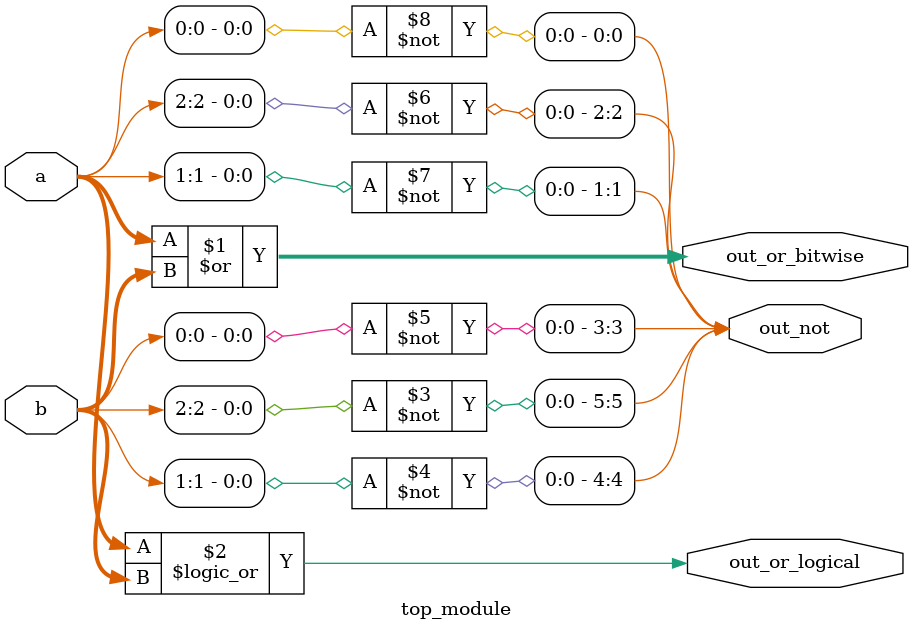
<source format=v>
module top_module( 
    input [2:0] a,
    input [2:0] b,
    output [2:0] out_or_bitwise,
    output out_or_logical,
    output [5:0] out_not
);
    assign out_or_bitwise = a | b;
   	
    assign out_or_logical = a || b;
    
    assign out_not[5] = ~b[2];
    assign out_not[4] = ~b[1];
    assign out_not[3] = ~b[0];
    assign out_not[2] = ~a[2];
    assign out_not[1] = ~a[1];
    assign out_not[0] = ~a[0];

endmodule

</source>
